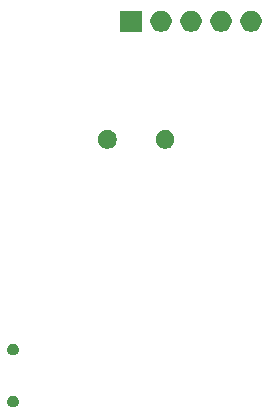
<source format=gbr>
G04 #@! TF.GenerationSoftware,KiCad,Pcbnew,5.1.5-52549c5~84~ubuntu18.04.1*
G04 #@! TF.CreationDate,2020-02-03T11:01:42+01:00*
G04 #@! TF.ProjectId,lab1,6c616231-2e6b-4696-9361-645f70636258,rev?*
G04 #@! TF.SameCoordinates,Original*
G04 #@! TF.FileFunction,Soldermask,Bot*
G04 #@! TF.FilePolarity,Negative*
%FSLAX46Y46*%
G04 Gerber Fmt 4.6, Leading zero omitted, Abs format (unit mm)*
G04 Created by KiCad (PCBNEW 5.1.5-52549c5~84~ubuntu18.04.1) date 2020-02-03 11:01:42*
%MOMM*%
%LPD*%
G04 APERTURE LIST*
%ADD10C,0.100000*%
G04 APERTURE END LIST*
D10*
G36*
X258097740Y-263708626D02*
G01*
X258146136Y-263718253D01*
X258183902Y-263733896D01*
X258237311Y-263756019D01*
X258237312Y-263756020D01*
X258319369Y-263810848D01*
X258389152Y-263880631D01*
X258389153Y-263880633D01*
X258443981Y-263962689D01*
X258481747Y-264053865D01*
X258501000Y-264150655D01*
X258501000Y-264249345D01*
X258481747Y-264346135D01*
X258443981Y-264437311D01*
X258443980Y-264437312D01*
X258389152Y-264519369D01*
X258319369Y-264589152D01*
X258278062Y-264616752D01*
X258237311Y-264643981D01*
X258183902Y-264666104D01*
X258146136Y-264681747D01*
X258097740Y-264691374D01*
X258049345Y-264701000D01*
X257950655Y-264701000D01*
X257902260Y-264691374D01*
X257853864Y-264681747D01*
X257816098Y-264666104D01*
X257762689Y-264643981D01*
X257721938Y-264616752D01*
X257680631Y-264589152D01*
X257610848Y-264519369D01*
X257556020Y-264437312D01*
X257556019Y-264437311D01*
X257518253Y-264346135D01*
X257499000Y-264249345D01*
X257499000Y-264150655D01*
X257518253Y-264053865D01*
X257556019Y-263962689D01*
X257610847Y-263880633D01*
X257610848Y-263880631D01*
X257680631Y-263810848D01*
X257762688Y-263756020D01*
X257762689Y-263756019D01*
X257816098Y-263733896D01*
X257853864Y-263718253D01*
X257902260Y-263708626D01*
X257950655Y-263699000D01*
X258049345Y-263699000D01*
X258097740Y-263708626D01*
G37*
G36*
X258097740Y-259308626D02*
G01*
X258146136Y-259318253D01*
X258183902Y-259333896D01*
X258237311Y-259356019D01*
X258237312Y-259356020D01*
X258319369Y-259410848D01*
X258389152Y-259480631D01*
X258389153Y-259480633D01*
X258443981Y-259562689D01*
X258481747Y-259653865D01*
X258501000Y-259750655D01*
X258501000Y-259849345D01*
X258481747Y-259946135D01*
X258443981Y-260037311D01*
X258443980Y-260037312D01*
X258389152Y-260119369D01*
X258319369Y-260189152D01*
X258278062Y-260216752D01*
X258237311Y-260243981D01*
X258183902Y-260266104D01*
X258146136Y-260281747D01*
X258097740Y-260291374D01*
X258049345Y-260301000D01*
X257950655Y-260301000D01*
X257902260Y-260291374D01*
X257853864Y-260281747D01*
X257816098Y-260266104D01*
X257762689Y-260243981D01*
X257721938Y-260216752D01*
X257680631Y-260189152D01*
X257610848Y-260119369D01*
X257556020Y-260037312D01*
X257556019Y-260037311D01*
X257518253Y-259946135D01*
X257499000Y-259849345D01*
X257499000Y-259750655D01*
X257518253Y-259653865D01*
X257556019Y-259562689D01*
X257610847Y-259480633D01*
X257610848Y-259480631D01*
X257680631Y-259410848D01*
X257762688Y-259356020D01*
X257762689Y-259356019D01*
X257816098Y-259333896D01*
X257853864Y-259318253D01*
X257902260Y-259308626D01*
X257950655Y-259299000D01*
X258049345Y-259299000D01*
X258097740Y-259308626D01*
G37*
G36*
X271113642Y-241229781D02*
G01*
X271259414Y-241290162D01*
X271259416Y-241290163D01*
X271390608Y-241377822D01*
X271502178Y-241489392D01*
X271589837Y-241620584D01*
X271589838Y-241620586D01*
X271650219Y-241766358D01*
X271681000Y-241921107D01*
X271681000Y-242078893D01*
X271650219Y-242233642D01*
X271589838Y-242379414D01*
X271589837Y-242379416D01*
X271502178Y-242510608D01*
X271390608Y-242622178D01*
X271259416Y-242709837D01*
X271259415Y-242709838D01*
X271259414Y-242709838D01*
X271113642Y-242770219D01*
X270958893Y-242801000D01*
X270801107Y-242801000D01*
X270646358Y-242770219D01*
X270500586Y-242709838D01*
X270500585Y-242709838D01*
X270500584Y-242709837D01*
X270369392Y-242622178D01*
X270257822Y-242510608D01*
X270170163Y-242379416D01*
X270170162Y-242379414D01*
X270109781Y-242233642D01*
X270079000Y-242078893D01*
X270079000Y-241921107D01*
X270109781Y-241766358D01*
X270170162Y-241620586D01*
X270170163Y-241620584D01*
X270257822Y-241489392D01*
X270369392Y-241377822D01*
X270500584Y-241290163D01*
X270500586Y-241290162D01*
X270646358Y-241229781D01*
X270801107Y-241199000D01*
X270958893Y-241199000D01*
X271113642Y-241229781D01*
G37*
G36*
X266233642Y-241229781D02*
G01*
X266379414Y-241290162D01*
X266379416Y-241290163D01*
X266510608Y-241377822D01*
X266622178Y-241489392D01*
X266709837Y-241620584D01*
X266709838Y-241620586D01*
X266770219Y-241766358D01*
X266801000Y-241921107D01*
X266801000Y-242078893D01*
X266770219Y-242233642D01*
X266709838Y-242379414D01*
X266709837Y-242379416D01*
X266622178Y-242510608D01*
X266510608Y-242622178D01*
X266379416Y-242709837D01*
X266379415Y-242709838D01*
X266379414Y-242709838D01*
X266233642Y-242770219D01*
X266078893Y-242801000D01*
X265921107Y-242801000D01*
X265766358Y-242770219D01*
X265620586Y-242709838D01*
X265620585Y-242709838D01*
X265620584Y-242709837D01*
X265489392Y-242622178D01*
X265377822Y-242510608D01*
X265290163Y-242379416D01*
X265290162Y-242379414D01*
X265229781Y-242233642D01*
X265199000Y-242078893D01*
X265199000Y-241921107D01*
X265229781Y-241766358D01*
X265290162Y-241620586D01*
X265290163Y-241620584D01*
X265377822Y-241489392D01*
X265489392Y-241377822D01*
X265620584Y-241290163D01*
X265620586Y-241290162D01*
X265766358Y-241229781D01*
X265921107Y-241199000D01*
X266078893Y-241199000D01*
X266233642Y-241229781D01*
G37*
G36*
X273193512Y-231103927D02*
G01*
X273342812Y-231133624D01*
X273506784Y-231201544D01*
X273654354Y-231300147D01*
X273779853Y-231425646D01*
X273878456Y-231573216D01*
X273946376Y-231737188D01*
X273981000Y-231911259D01*
X273981000Y-232088741D01*
X273946376Y-232262812D01*
X273878456Y-232426784D01*
X273779853Y-232574354D01*
X273654354Y-232699853D01*
X273506784Y-232798456D01*
X273342812Y-232866376D01*
X273193512Y-232896073D01*
X273168742Y-232901000D01*
X272991258Y-232901000D01*
X272966488Y-232896073D01*
X272817188Y-232866376D01*
X272653216Y-232798456D01*
X272505646Y-232699853D01*
X272380147Y-232574354D01*
X272281544Y-232426784D01*
X272213624Y-232262812D01*
X272179000Y-232088741D01*
X272179000Y-231911259D01*
X272213624Y-231737188D01*
X272281544Y-231573216D01*
X272380147Y-231425646D01*
X272505646Y-231300147D01*
X272653216Y-231201544D01*
X272817188Y-231133624D01*
X272966488Y-231103927D01*
X272991258Y-231099000D01*
X273168742Y-231099000D01*
X273193512Y-231103927D01*
G37*
G36*
X270653512Y-231103927D02*
G01*
X270802812Y-231133624D01*
X270966784Y-231201544D01*
X271114354Y-231300147D01*
X271239853Y-231425646D01*
X271338456Y-231573216D01*
X271406376Y-231737188D01*
X271441000Y-231911259D01*
X271441000Y-232088741D01*
X271406376Y-232262812D01*
X271338456Y-232426784D01*
X271239853Y-232574354D01*
X271114354Y-232699853D01*
X270966784Y-232798456D01*
X270802812Y-232866376D01*
X270653512Y-232896073D01*
X270628742Y-232901000D01*
X270451258Y-232901000D01*
X270426488Y-232896073D01*
X270277188Y-232866376D01*
X270113216Y-232798456D01*
X269965646Y-232699853D01*
X269840147Y-232574354D01*
X269741544Y-232426784D01*
X269673624Y-232262812D01*
X269639000Y-232088741D01*
X269639000Y-231911259D01*
X269673624Y-231737188D01*
X269741544Y-231573216D01*
X269840147Y-231425646D01*
X269965646Y-231300147D01*
X270113216Y-231201544D01*
X270277188Y-231133624D01*
X270426488Y-231103927D01*
X270451258Y-231099000D01*
X270628742Y-231099000D01*
X270653512Y-231103927D01*
G37*
G36*
X268901000Y-232901000D02*
G01*
X267099000Y-232901000D01*
X267099000Y-231099000D01*
X268901000Y-231099000D01*
X268901000Y-232901000D01*
G37*
G36*
X278273512Y-231103927D02*
G01*
X278422812Y-231133624D01*
X278586784Y-231201544D01*
X278734354Y-231300147D01*
X278859853Y-231425646D01*
X278958456Y-231573216D01*
X279026376Y-231737188D01*
X279061000Y-231911259D01*
X279061000Y-232088741D01*
X279026376Y-232262812D01*
X278958456Y-232426784D01*
X278859853Y-232574354D01*
X278734354Y-232699853D01*
X278586784Y-232798456D01*
X278422812Y-232866376D01*
X278273512Y-232896073D01*
X278248742Y-232901000D01*
X278071258Y-232901000D01*
X278046488Y-232896073D01*
X277897188Y-232866376D01*
X277733216Y-232798456D01*
X277585646Y-232699853D01*
X277460147Y-232574354D01*
X277361544Y-232426784D01*
X277293624Y-232262812D01*
X277259000Y-232088741D01*
X277259000Y-231911259D01*
X277293624Y-231737188D01*
X277361544Y-231573216D01*
X277460147Y-231425646D01*
X277585646Y-231300147D01*
X277733216Y-231201544D01*
X277897188Y-231133624D01*
X278046488Y-231103927D01*
X278071258Y-231099000D01*
X278248742Y-231099000D01*
X278273512Y-231103927D01*
G37*
G36*
X275733512Y-231103927D02*
G01*
X275882812Y-231133624D01*
X276046784Y-231201544D01*
X276194354Y-231300147D01*
X276319853Y-231425646D01*
X276418456Y-231573216D01*
X276486376Y-231737188D01*
X276521000Y-231911259D01*
X276521000Y-232088741D01*
X276486376Y-232262812D01*
X276418456Y-232426784D01*
X276319853Y-232574354D01*
X276194354Y-232699853D01*
X276046784Y-232798456D01*
X275882812Y-232866376D01*
X275733512Y-232896073D01*
X275708742Y-232901000D01*
X275531258Y-232901000D01*
X275506488Y-232896073D01*
X275357188Y-232866376D01*
X275193216Y-232798456D01*
X275045646Y-232699853D01*
X274920147Y-232574354D01*
X274821544Y-232426784D01*
X274753624Y-232262812D01*
X274719000Y-232088741D01*
X274719000Y-231911259D01*
X274753624Y-231737188D01*
X274821544Y-231573216D01*
X274920147Y-231425646D01*
X275045646Y-231300147D01*
X275193216Y-231201544D01*
X275357188Y-231133624D01*
X275506488Y-231103927D01*
X275531258Y-231099000D01*
X275708742Y-231099000D01*
X275733512Y-231103927D01*
G37*
M02*

</source>
